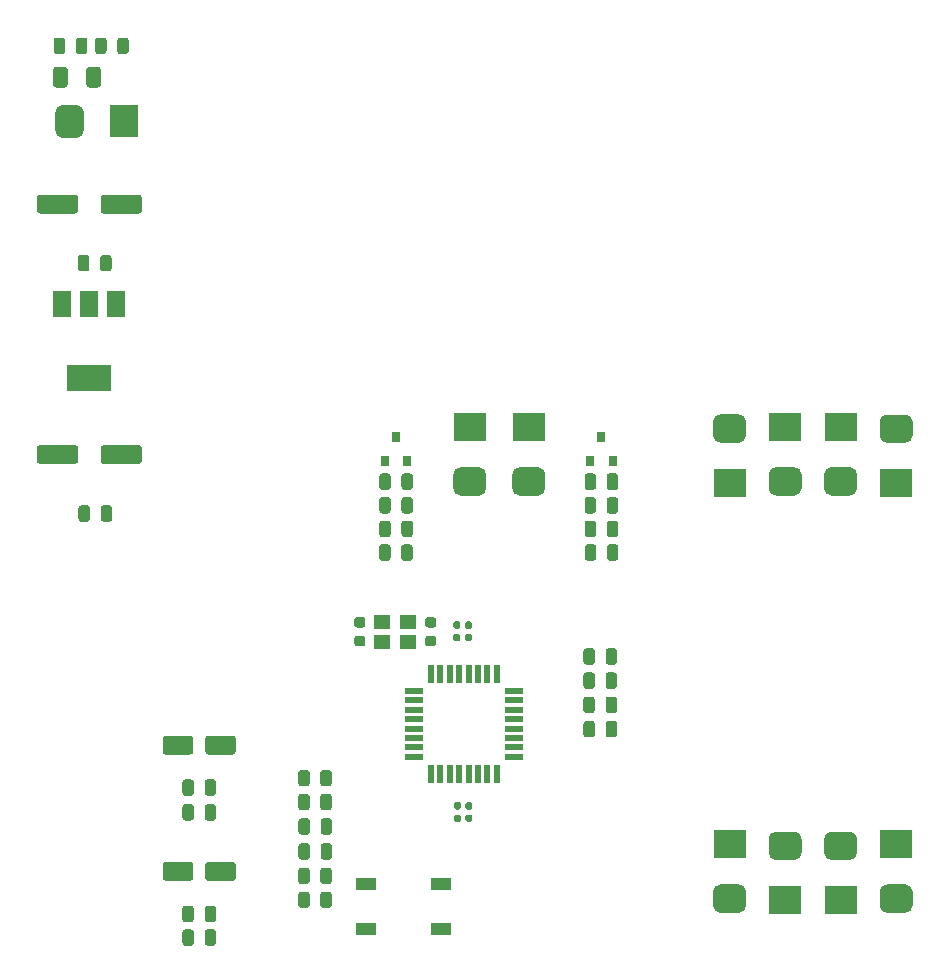
<source format=gbr>
%TF.GenerationSoftware,KiCad,Pcbnew,(5.1.6)-1*%
%TF.CreationDate,2022-04-28T16:11:12+09:00*%
%TF.ProjectId,FP-2500_TCU1000_V1.1,46502d32-3530-4305-9f54-435531303030,rev?*%
%TF.SameCoordinates,Original*%
%TF.FileFunction,Paste,Top*%
%TF.FilePolarity,Positive*%
%FSLAX46Y46*%
G04 Gerber Fmt 4.6, Leading zero omitted, Abs format (unit mm)*
G04 Created by KiCad (PCBNEW (5.1.6)-1) date 2022-04-28 16:11:12*
%MOMM*%
%LPD*%
G01*
G04 APERTURE LIST*
%ADD10R,1.600000X0.550000*%
%ADD11R,0.550000X1.600000*%
%ADD12R,1.400000X1.200000*%
%ADD13R,3.800000X2.200000*%
%ADD14R,1.500000X2.200000*%
%ADD15R,1.700000X1.000000*%
%ADD16R,0.800000X0.900000*%
%ADD17R,2.800000X2.400000*%
%ADD18R,2.400000X2.800000*%
G04 APERTURE END LIST*
%TO.C,C6*%
G36*
G01*
X60140000Y-169172500D02*
X60140000Y-168827500D01*
G75*
G02*
X60287500Y-168680000I147500J0D01*
G01*
X60582500Y-168680000D01*
G75*
G02*
X60730000Y-168827500I0J-147500D01*
G01*
X60730000Y-169172500D01*
G75*
G02*
X60582500Y-169320000I-147500J0D01*
G01*
X60287500Y-169320000D01*
G75*
G02*
X60140000Y-169172500I0J147500D01*
G01*
G37*
G36*
G01*
X59170000Y-169172500D02*
X59170000Y-168827500D01*
G75*
G02*
X59317500Y-168680000I147500J0D01*
G01*
X59612500Y-168680000D01*
G75*
G02*
X59760000Y-168827500I0J-147500D01*
G01*
X59760000Y-169172500D01*
G75*
G02*
X59612500Y-169320000I-147500J0D01*
G01*
X59317500Y-169320000D01*
G75*
G02*
X59170000Y-169172500I0J147500D01*
G01*
G37*
%TD*%
%TO.C,C8*%
G36*
G01*
X59710000Y-152477500D02*
X59710000Y-152822500D01*
G75*
G02*
X59562500Y-152970000I-147500J0D01*
G01*
X59267500Y-152970000D01*
G75*
G02*
X59120000Y-152822500I0J147500D01*
G01*
X59120000Y-152477500D01*
G75*
G02*
X59267500Y-152330000I147500J0D01*
G01*
X59562500Y-152330000D01*
G75*
G02*
X59710000Y-152477500I0J-147500D01*
G01*
G37*
G36*
G01*
X60680000Y-152477500D02*
X60680000Y-152822500D01*
G75*
G02*
X60532500Y-152970000I-147500J0D01*
G01*
X60237500Y-152970000D01*
G75*
G02*
X60090000Y-152822500I0J147500D01*
G01*
X60090000Y-152477500D01*
G75*
G02*
X60237500Y-152330000I147500J0D01*
G01*
X60532500Y-152330000D01*
G75*
G02*
X60680000Y-152477500I0J-147500D01*
G01*
G37*
%TD*%
%TO.C,C7*%
G36*
G01*
X59710000Y-153527500D02*
X59710000Y-153872500D01*
G75*
G02*
X59562500Y-154020000I-147500J0D01*
G01*
X59267500Y-154020000D01*
G75*
G02*
X59120000Y-153872500I0J147500D01*
G01*
X59120000Y-153527500D01*
G75*
G02*
X59267500Y-153380000I147500J0D01*
G01*
X59562500Y-153380000D01*
G75*
G02*
X59710000Y-153527500I0J-147500D01*
G01*
G37*
G36*
G01*
X60680000Y-153527500D02*
X60680000Y-153872500D01*
G75*
G02*
X60532500Y-154020000I-147500J0D01*
G01*
X60237500Y-154020000D01*
G75*
G02*
X60090000Y-153872500I0J147500D01*
G01*
X60090000Y-153527500D01*
G75*
G02*
X60237500Y-153380000I147500J0D01*
G01*
X60532500Y-153380000D01*
G75*
G02*
X60680000Y-153527500I0J-147500D01*
G01*
G37*
%TD*%
D10*
%TO.C,U2*%
X64250000Y-158200000D03*
X64250000Y-159000000D03*
X64250000Y-159800000D03*
X64250000Y-160600000D03*
X64250000Y-161400000D03*
X64250000Y-162200000D03*
X64250000Y-163000000D03*
X64250000Y-163800000D03*
D11*
X62800000Y-165250000D03*
X62000000Y-165250000D03*
X61200000Y-165250000D03*
X60400000Y-165250000D03*
X59600000Y-165250000D03*
X58800000Y-165250000D03*
X58000000Y-165250000D03*
X57200000Y-165250000D03*
D10*
X55750000Y-163800000D03*
X55750000Y-163000000D03*
X55750000Y-162200000D03*
X55750000Y-161400000D03*
X55750000Y-160600000D03*
X55750000Y-159800000D03*
X55750000Y-159000000D03*
X55750000Y-158200000D03*
D11*
X57200000Y-156750000D03*
X58000000Y-156750000D03*
X58800000Y-156750000D03*
X59600000Y-156750000D03*
X60400000Y-156750000D03*
X61200000Y-156750000D03*
X62000000Y-156750000D03*
X62800000Y-156750000D03*
%TD*%
D12*
%TO.C,Y1*%
X55300000Y-154050000D03*
X53100000Y-154050000D03*
X53100000Y-152350000D03*
X55300000Y-152350000D03*
%TD*%
D13*
%TO.C,U1*%
X28250000Y-131750000D03*
D14*
X30550000Y-125450000D03*
X28250000Y-125450000D03*
X25950000Y-125450000D03*
%TD*%
D15*
%TO.C,S1*%
X58050000Y-178350000D03*
X51750000Y-178350000D03*
X58050000Y-174550000D03*
X51750000Y-174550000D03*
%TD*%
%TO.C,R19*%
G36*
G01*
X47850000Y-166056250D02*
X47850000Y-165143750D01*
G75*
G02*
X48093750Y-164900000I243750J0D01*
G01*
X48581250Y-164900000D01*
G75*
G02*
X48825000Y-165143750I0J-243750D01*
G01*
X48825000Y-166056250D01*
G75*
G02*
X48581250Y-166300000I-243750J0D01*
G01*
X48093750Y-166300000D01*
G75*
G02*
X47850000Y-166056250I0J243750D01*
G01*
G37*
G36*
G01*
X45975000Y-166056250D02*
X45975000Y-165143750D01*
G75*
G02*
X46218750Y-164900000I243750J0D01*
G01*
X46706250Y-164900000D01*
G75*
G02*
X46950000Y-165143750I0J-243750D01*
G01*
X46950000Y-166056250D01*
G75*
G02*
X46706250Y-166300000I-243750J0D01*
G01*
X46218750Y-166300000D01*
G75*
G02*
X45975000Y-166056250I0J243750D01*
G01*
G37*
%TD*%
%TO.C,R18*%
G36*
G01*
X72000000Y-155756250D02*
X72000000Y-154843750D01*
G75*
G02*
X72243750Y-154600000I243750J0D01*
G01*
X72731250Y-154600000D01*
G75*
G02*
X72975000Y-154843750I0J-243750D01*
G01*
X72975000Y-155756250D01*
G75*
G02*
X72731250Y-156000000I-243750J0D01*
G01*
X72243750Y-156000000D01*
G75*
G02*
X72000000Y-155756250I0J243750D01*
G01*
G37*
G36*
G01*
X70125000Y-155756250D02*
X70125000Y-154843750D01*
G75*
G02*
X70368750Y-154600000I243750J0D01*
G01*
X70856250Y-154600000D01*
G75*
G02*
X71100000Y-154843750I0J-243750D01*
G01*
X71100000Y-155756250D01*
G75*
G02*
X70856250Y-156000000I-243750J0D01*
G01*
X70368750Y-156000000D01*
G75*
G02*
X70125000Y-155756250I0J243750D01*
G01*
G37*
%TD*%
%TO.C,R17*%
G36*
G01*
X72000000Y-157806250D02*
X72000000Y-156893750D01*
G75*
G02*
X72243750Y-156650000I243750J0D01*
G01*
X72731250Y-156650000D01*
G75*
G02*
X72975000Y-156893750I0J-243750D01*
G01*
X72975000Y-157806250D01*
G75*
G02*
X72731250Y-158050000I-243750J0D01*
G01*
X72243750Y-158050000D01*
G75*
G02*
X72000000Y-157806250I0J243750D01*
G01*
G37*
G36*
G01*
X70125000Y-157806250D02*
X70125000Y-156893750D01*
G75*
G02*
X70368750Y-156650000I243750J0D01*
G01*
X70856250Y-156650000D01*
G75*
G02*
X71100000Y-156893750I0J-243750D01*
G01*
X71100000Y-157806250D01*
G75*
G02*
X70856250Y-158050000I-243750J0D01*
G01*
X70368750Y-158050000D01*
G75*
G02*
X70125000Y-157806250I0J243750D01*
G01*
G37*
%TD*%
%TO.C,R16*%
G36*
G01*
X72000000Y-159856250D02*
X72000000Y-158943750D01*
G75*
G02*
X72243750Y-158700000I243750J0D01*
G01*
X72731250Y-158700000D01*
G75*
G02*
X72975000Y-158943750I0J-243750D01*
G01*
X72975000Y-159856250D01*
G75*
G02*
X72731250Y-160100000I-243750J0D01*
G01*
X72243750Y-160100000D01*
G75*
G02*
X72000000Y-159856250I0J243750D01*
G01*
G37*
G36*
G01*
X70125000Y-159856250D02*
X70125000Y-158943750D01*
G75*
G02*
X70368750Y-158700000I243750J0D01*
G01*
X70856250Y-158700000D01*
G75*
G02*
X71100000Y-158943750I0J-243750D01*
G01*
X71100000Y-159856250D01*
G75*
G02*
X70856250Y-160100000I-243750J0D01*
G01*
X70368750Y-160100000D01*
G75*
G02*
X70125000Y-159856250I0J243750D01*
G01*
G37*
%TD*%
%TO.C,R15*%
G36*
G01*
X72000000Y-161906250D02*
X72000000Y-160993750D01*
G75*
G02*
X72243750Y-160750000I243750J0D01*
G01*
X72731250Y-160750000D01*
G75*
G02*
X72975000Y-160993750I0J-243750D01*
G01*
X72975000Y-161906250D01*
G75*
G02*
X72731250Y-162150000I-243750J0D01*
G01*
X72243750Y-162150000D01*
G75*
G02*
X72000000Y-161906250I0J243750D01*
G01*
G37*
G36*
G01*
X70125000Y-161906250D02*
X70125000Y-160993750D01*
G75*
G02*
X70368750Y-160750000I243750J0D01*
G01*
X70856250Y-160750000D01*
G75*
G02*
X71100000Y-160993750I0J-243750D01*
G01*
X71100000Y-161906250D01*
G75*
G02*
X70856250Y-162150000I-243750J0D01*
G01*
X70368750Y-162150000D01*
G75*
G02*
X70125000Y-161906250I0J243750D01*
G01*
G37*
%TD*%
%TO.C,R14*%
G36*
G01*
X38050000Y-168956250D02*
X38050000Y-168043750D01*
G75*
G02*
X38293750Y-167800000I243750J0D01*
G01*
X38781250Y-167800000D01*
G75*
G02*
X39025000Y-168043750I0J-243750D01*
G01*
X39025000Y-168956250D01*
G75*
G02*
X38781250Y-169200000I-243750J0D01*
G01*
X38293750Y-169200000D01*
G75*
G02*
X38050000Y-168956250I0J243750D01*
G01*
G37*
G36*
G01*
X36175000Y-168956250D02*
X36175000Y-168043750D01*
G75*
G02*
X36418750Y-167800000I243750J0D01*
G01*
X36906250Y-167800000D01*
G75*
G02*
X37150000Y-168043750I0J-243750D01*
G01*
X37150000Y-168956250D01*
G75*
G02*
X36906250Y-169200000I-243750J0D01*
G01*
X36418750Y-169200000D01*
G75*
G02*
X36175000Y-168956250I0J243750D01*
G01*
G37*
%TD*%
%TO.C,R13*%
G36*
G01*
X37150000Y-165943750D02*
X37150000Y-166856250D01*
G75*
G02*
X36906250Y-167100000I-243750J0D01*
G01*
X36418750Y-167100000D01*
G75*
G02*
X36175000Y-166856250I0J243750D01*
G01*
X36175000Y-165943750D01*
G75*
G02*
X36418750Y-165700000I243750J0D01*
G01*
X36906250Y-165700000D01*
G75*
G02*
X37150000Y-165943750I0J-243750D01*
G01*
G37*
G36*
G01*
X39025000Y-165943750D02*
X39025000Y-166856250D01*
G75*
G02*
X38781250Y-167100000I-243750J0D01*
G01*
X38293750Y-167100000D01*
G75*
G02*
X38050000Y-166856250I0J243750D01*
G01*
X38050000Y-165943750D01*
G75*
G02*
X38293750Y-165700000I243750J0D01*
G01*
X38781250Y-165700000D01*
G75*
G02*
X39025000Y-165943750I0J-243750D01*
G01*
G37*
%TD*%
%TO.C,R12*%
G36*
G01*
X38050000Y-179556250D02*
X38050000Y-178643750D01*
G75*
G02*
X38293750Y-178400000I243750J0D01*
G01*
X38781250Y-178400000D01*
G75*
G02*
X39025000Y-178643750I0J-243750D01*
G01*
X39025000Y-179556250D01*
G75*
G02*
X38781250Y-179800000I-243750J0D01*
G01*
X38293750Y-179800000D01*
G75*
G02*
X38050000Y-179556250I0J243750D01*
G01*
G37*
G36*
G01*
X36175000Y-179556250D02*
X36175000Y-178643750D01*
G75*
G02*
X36418750Y-178400000I243750J0D01*
G01*
X36906250Y-178400000D01*
G75*
G02*
X37150000Y-178643750I0J-243750D01*
G01*
X37150000Y-179556250D01*
G75*
G02*
X36906250Y-179800000I-243750J0D01*
G01*
X36418750Y-179800000D01*
G75*
G02*
X36175000Y-179556250I0J243750D01*
G01*
G37*
%TD*%
%TO.C,R11*%
G36*
G01*
X37150000Y-176643750D02*
X37150000Y-177556250D01*
G75*
G02*
X36906250Y-177800000I-243750J0D01*
G01*
X36418750Y-177800000D01*
G75*
G02*
X36175000Y-177556250I0J243750D01*
G01*
X36175000Y-176643750D01*
G75*
G02*
X36418750Y-176400000I243750J0D01*
G01*
X36906250Y-176400000D01*
G75*
G02*
X37150000Y-176643750I0J-243750D01*
G01*
G37*
G36*
G01*
X39025000Y-176643750D02*
X39025000Y-177556250D01*
G75*
G02*
X38781250Y-177800000I-243750J0D01*
G01*
X38293750Y-177800000D01*
G75*
G02*
X38050000Y-177556250I0J243750D01*
G01*
X38050000Y-176643750D01*
G75*
G02*
X38293750Y-176400000I243750J0D01*
G01*
X38781250Y-176400000D01*
G75*
G02*
X39025000Y-176643750I0J-243750D01*
G01*
G37*
%TD*%
%TO.C,R10*%
G36*
G01*
X47850000Y-176356250D02*
X47850000Y-175443750D01*
G75*
G02*
X48093750Y-175200000I243750J0D01*
G01*
X48581250Y-175200000D01*
G75*
G02*
X48825000Y-175443750I0J-243750D01*
G01*
X48825000Y-176356250D01*
G75*
G02*
X48581250Y-176600000I-243750J0D01*
G01*
X48093750Y-176600000D01*
G75*
G02*
X47850000Y-176356250I0J243750D01*
G01*
G37*
G36*
G01*
X45975000Y-176356250D02*
X45975000Y-175443750D01*
G75*
G02*
X46218750Y-175200000I243750J0D01*
G01*
X46706250Y-175200000D01*
G75*
G02*
X46950000Y-175443750I0J-243750D01*
G01*
X46950000Y-176356250D01*
G75*
G02*
X46706250Y-176600000I-243750J0D01*
G01*
X46218750Y-176600000D01*
G75*
G02*
X45975000Y-176356250I0J243750D01*
G01*
G37*
%TD*%
%TO.C,R9*%
G36*
G01*
X47850000Y-174332250D02*
X47850000Y-173419750D01*
G75*
G02*
X48093750Y-173176000I243750J0D01*
G01*
X48581250Y-173176000D01*
G75*
G02*
X48825000Y-173419750I0J-243750D01*
G01*
X48825000Y-174332250D01*
G75*
G02*
X48581250Y-174576000I-243750J0D01*
G01*
X48093750Y-174576000D01*
G75*
G02*
X47850000Y-174332250I0J243750D01*
G01*
G37*
G36*
G01*
X45975000Y-174332250D02*
X45975000Y-173419750D01*
G75*
G02*
X46218750Y-173176000I243750J0D01*
G01*
X46706250Y-173176000D01*
G75*
G02*
X46950000Y-173419750I0J-243750D01*
G01*
X46950000Y-174332250D01*
G75*
G02*
X46706250Y-174576000I-243750J0D01*
G01*
X46218750Y-174576000D01*
G75*
G02*
X45975000Y-174332250I0J243750D01*
G01*
G37*
%TD*%
%TO.C,R8*%
G36*
G01*
X71200000Y-140043750D02*
X71200000Y-140956250D01*
G75*
G02*
X70956250Y-141200000I-243750J0D01*
G01*
X70468750Y-141200000D01*
G75*
G02*
X70225000Y-140956250I0J243750D01*
G01*
X70225000Y-140043750D01*
G75*
G02*
X70468750Y-139800000I243750J0D01*
G01*
X70956250Y-139800000D01*
G75*
G02*
X71200000Y-140043750I0J-243750D01*
G01*
G37*
G36*
G01*
X73075000Y-140043750D02*
X73075000Y-140956250D01*
G75*
G02*
X72831250Y-141200000I-243750J0D01*
G01*
X72343750Y-141200000D01*
G75*
G02*
X72100000Y-140956250I0J243750D01*
G01*
X72100000Y-140043750D01*
G75*
G02*
X72343750Y-139800000I243750J0D01*
G01*
X72831250Y-139800000D01*
G75*
G02*
X73075000Y-140043750I0J-243750D01*
G01*
G37*
%TD*%
%TO.C,R7*%
G36*
G01*
X72100000Y-144956250D02*
X72100000Y-144043750D01*
G75*
G02*
X72343750Y-143800000I243750J0D01*
G01*
X72831250Y-143800000D01*
G75*
G02*
X73075000Y-144043750I0J-243750D01*
G01*
X73075000Y-144956250D01*
G75*
G02*
X72831250Y-145200000I-243750J0D01*
G01*
X72343750Y-145200000D01*
G75*
G02*
X72100000Y-144956250I0J243750D01*
G01*
G37*
G36*
G01*
X70225000Y-144956250D02*
X70225000Y-144043750D01*
G75*
G02*
X70468750Y-143800000I243750J0D01*
G01*
X70956250Y-143800000D01*
G75*
G02*
X71200000Y-144043750I0J-243750D01*
G01*
X71200000Y-144956250D01*
G75*
G02*
X70956250Y-145200000I-243750J0D01*
G01*
X70468750Y-145200000D01*
G75*
G02*
X70225000Y-144956250I0J243750D01*
G01*
G37*
%TD*%
%TO.C,R6*%
G36*
G01*
X71200000Y-142043750D02*
X71200000Y-142956250D01*
G75*
G02*
X70956250Y-143200000I-243750J0D01*
G01*
X70468750Y-143200000D01*
G75*
G02*
X70225000Y-142956250I0J243750D01*
G01*
X70225000Y-142043750D01*
G75*
G02*
X70468750Y-141800000I243750J0D01*
G01*
X70956250Y-141800000D01*
G75*
G02*
X71200000Y-142043750I0J-243750D01*
G01*
G37*
G36*
G01*
X73075000Y-142043750D02*
X73075000Y-142956250D01*
G75*
G02*
X72831250Y-143200000I-243750J0D01*
G01*
X72343750Y-143200000D01*
G75*
G02*
X72100000Y-142956250I0J243750D01*
G01*
X72100000Y-142043750D01*
G75*
G02*
X72343750Y-141800000I243750J0D01*
G01*
X72831250Y-141800000D01*
G75*
G02*
X73075000Y-142043750I0J-243750D01*
G01*
G37*
%TD*%
%TO.C,R5*%
G36*
G01*
X54720000Y-140956250D02*
X54720000Y-140043750D01*
G75*
G02*
X54963750Y-139800000I243750J0D01*
G01*
X55451250Y-139800000D01*
G75*
G02*
X55695000Y-140043750I0J-243750D01*
G01*
X55695000Y-140956250D01*
G75*
G02*
X55451250Y-141200000I-243750J0D01*
G01*
X54963750Y-141200000D01*
G75*
G02*
X54720000Y-140956250I0J243750D01*
G01*
G37*
G36*
G01*
X52845000Y-140956250D02*
X52845000Y-140043750D01*
G75*
G02*
X53088750Y-139800000I243750J0D01*
G01*
X53576250Y-139800000D01*
G75*
G02*
X53820000Y-140043750I0J-243750D01*
G01*
X53820000Y-140956250D01*
G75*
G02*
X53576250Y-141200000I-243750J0D01*
G01*
X53088750Y-141200000D01*
G75*
G02*
X52845000Y-140956250I0J243750D01*
G01*
G37*
%TD*%
%TO.C,R4*%
G36*
G01*
X53820000Y-144043750D02*
X53820000Y-144956250D01*
G75*
G02*
X53576250Y-145200000I-243750J0D01*
G01*
X53088750Y-145200000D01*
G75*
G02*
X52845000Y-144956250I0J243750D01*
G01*
X52845000Y-144043750D01*
G75*
G02*
X53088750Y-143800000I243750J0D01*
G01*
X53576250Y-143800000D01*
G75*
G02*
X53820000Y-144043750I0J-243750D01*
G01*
G37*
G36*
G01*
X55695000Y-144043750D02*
X55695000Y-144956250D01*
G75*
G02*
X55451250Y-145200000I-243750J0D01*
G01*
X54963750Y-145200000D01*
G75*
G02*
X54720000Y-144956250I0J243750D01*
G01*
X54720000Y-144043750D01*
G75*
G02*
X54963750Y-143800000I243750J0D01*
G01*
X55451250Y-143800000D01*
G75*
G02*
X55695000Y-144043750I0J-243750D01*
G01*
G37*
%TD*%
%TO.C,R3*%
G36*
G01*
X54720000Y-142956250D02*
X54720000Y-142043750D01*
G75*
G02*
X54963750Y-141800000I243750J0D01*
G01*
X55451250Y-141800000D01*
G75*
G02*
X55695000Y-142043750I0J-243750D01*
G01*
X55695000Y-142956250D01*
G75*
G02*
X55451250Y-143200000I-243750J0D01*
G01*
X54963750Y-143200000D01*
G75*
G02*
X54720000Y-142956250I0J243750D01*
G01*
G37*
G36*
G01*
X52845000Y-142956250D02*
X52845000Y-142043750D01*
G75*
G02*
X53088750Y-141800000I243750J0D01*
G01*
X53576250Y-141800000D01*
G75*
G02*
X53820000Y-142043750I0J-243750D01*
G01*
X53820000Y-142956250D01*
G75*
G02*
X53576250Y-143200000I-243750J0D01*
G01*
X53088750Y-143200000D01*
G75*
G02*
X52845000Y-142956250I0J243750D01*
G01*
G37*
%TD*%
%TO.C,R2*%
G36*
G01*
X47850000Y-168080250D02*
X47850000Y-167167750D01*
G75*
G02*
X48093750Y-166924000I243750J0D01*
G01*
X48581250Y-166924000D01*
G75*
G02*
X48825000Y-167167750I0J-243750D01*
G01*
X48825000Y-168080250D01*
G75*
G02*
X48581250Y-168324000I-243750J0D01*
G01*
X48093750Y-168324000D01*
G75*
G02*
X47850000Y-168080250I0J243750D01*
G01*
G37*
G36*
G01*
X45975000Y-168080250D02*
X45975000Y-167167750D01*
G75*
G02*
X46218750Y-166924000I243750J0D01*
G01*
X46706250Y-166924000D01*
G75*
G02*
X46950000Y-167167750I0J-243750D01*
G01*
X46950000Y-168080250D01*
G75*
G02*
X46706250Y-168324000I-243750J0D01*
G01*
X46218750Y-168324000D01*
G75*
G02*
X45975000Y-168080250I0J243750D01*
G01*
G37*
%TD*%
%TO.C,R1*%
G36*
G01*
X29750000Y-103143750D02*
X29750000Y-104056250D01*
G75*
G02*
X29506250Y-104300000I-243750J0D01*
G01*
X29018750Y-104300000D01*
G75*
G02*
X28775000Y-104056250I0J243750D01*
G01*
X28775000Y-103143750D01*
G75*
G02*
X29018750Y-102900000I243750J0D01*
G01*
X29506250Y-102900000D01*
G75*
G02*
X29750000Y-103143750I0J-243750D01*
G01*
G37*
G36*
G01*
X31625000Y-103143750D02*
X31625000Y-104056250D01*
G75*
G02*
X31381250Y-104300000I-243750J0D01*
G01*
X30893750Y-104300000D01*
G75*
G02*
X30650000Y-104056250I0J243750D01*
G01*
X30650000Y-103143750D01*
G75*
G02*
X30893750Y-102900000I243750J0D01*
G01*
X31381250Y-102900000D01*
G75*
G02*
X31625000Y-103143750I0J-243750D01*
G01*
G37*
%TD*%
D16*
%TO.C,Q2*%
X71650000Y-136750000D03*
X72600000Y-138750000D03*
X70700000Y-138750000D03*
%TD*%
%TO.C,Q1*%
X54270000Y-136750000D03*
X55220000Y-138750000D03*
X53320000Y-138750000D03*
%TD*%
%TO.C,F1*%
G36*
G01*
X28025000Y-106875000D02*
X28025000Y-105625000D01*
G75*
G02*
X28275000Y-105375000I250000J0D01*
G01*
X29025000Y-105375000D01*
G75*
G02*
X29275000Y-105625000I0J-250000D01*
G01*
X29275000Y-106875000D01*
G75*
G02*
X29025000Y-107125000I-250000J0D01*
G01*
X28275000Y-107125000D01*
G75*
G02*
X28025000Y-106875000I0J250000D01*
G01*
G37*
G36*
G01*
X25225000Y-106875000D02*
X25225000Y-105625000D01*
G75*
G02*
X25475000Y-105375000I250000J0D01*
G01*
X26225000Y-105375000D01*
G75*
G02*
X26475000Y-105625000I0J-250000D01*
G01*
X26475000Y-106875000D01*
G75*
G02*
X26225000Y-107125000I-250000J0D01*
G01*
X25475000Y-107125000D01*
G75*
G02*
X25225000Y-106875000I0J250000D01*
G01*
G37*
%TD*%
D17*
%TO.C,D16*%
X96600000Y-171200000D03*
G36*
G01*
X97400000Y-177000000D02*
X95800000Y-177000000D01*
G75*
G02*
X95200000Y-176400000I0J600000D01*
G01*
X95200000Y-175200000D01*
G75*
G02*
X95800000Y-174600000I600000J0D01*
G01*
X97400000Y-174600000D01*
G75*
G02*
X98000000Y-175200000I0J-600000D01*
G01*
X98000000Y-176400000D01*
G75*
G02*
X97400000Y-177000000I-600000J0D01*
G01*
G37*
%TD*%
%TO.C,D15*%
X82500000Y-171200000D03*
G36*
G01*
X83300000Y-177000000D02*
X81700000Y-177000000D01*
G75*
G02*
X81100000Y-176400000I0J600000D01*
G01*
X81100000Y-175200000D01*
G75*
G02*
X81700000Y-174600000I600000J0D01*
G01*
X83300000Y-174600000D01*
G75*
G02*
X83900000Y-175200000I0J-600000D01*
G01*
X83900000Y-176400000D01*
G75*
G02*
X83300000Y-177000000I-600000J0D01*
G01*
G37*
%TD*%
%TO.C,D14*%
X82500000Y-140600000D03*
G36*
G01*
X81700000Y-134800000D02*
X83300000Y-134800000D01*
G75*
G02*
X83900000Y-135400000I0J-600000D01*
G01*
X83900000Y-136600000D01*
G75*
G02*
X83300000Y-137200000I-600000J0D01*
G01*
X81700000Y-137200000D01*
G75*
G02*
X81100000Y-136600000I0J600000D01*
G01*
X81100000Y-135400000D01*
G75*
G02*
X81700000Y-134800000I600000J0D01*
G01*
G37*
%TD*%
%TO.C,D13*%
X96600000Y-140610000D03*
G36*
G01*
X95800000Y-134810000D02*
X97400000Y-134810000D01*
G75*
G02*
X98000000Y-135410000I0J-600000D01*
G01*
X98000000Y-136610000D01*
G75*
G02*
X97400000Y-137210000I-600000J0D01*
G01*
X95800000Y-137210000D01*
G75*
G02*
X95200000Y-136610000I0J600000D01*
G01*
X95200000Y-135410000D01*
G75*
G02*
X95800000Y-134810000I600000J0D01*
G01*
G37*
%TD*%
%TO.C,D12*%
X91900000Y-175930000D03*
G36*
G01*
X91100000Y-170130000D02*
X92700000Y-170130000D01*
G75*
G02*
X93300000Y-170730000I0J-600000D01*
G01*
X93300000Y-171930000D01*
G75*
G02*
X92700000Y-172530000I-600000J0D01*
G01*
X91100000Y-172530000D01*
G75*
G02*
X90500000Y-171930000I0J600000D01*
G01*
X90500000Y-170730000D01*
G75*
G02*
X91100000Y-170130000I600000J0D01*
G01*
G37*
%TD*%
%TO.C,D11*%
X87200000Y-175930000D03*
G36*
G01*
X86400000Y-170130000D02*
X88000000Y-170130000D01*
G75*
G02*
X88600000Y-170730000I0J-600000D01*
G01*
X88600000Y-171930000D01*
G75*
G02*
X88000000Y-172530000I-600000J0D01*
G01*
X86400000Y-172530000D01*
G75*
G02*
X85800000Y-171930000I0J600000D01*
G01*
X85800000Y-170730000D01*
G75*
G02*
X86400000Y-170130000I600000J0D01*
G01*
G37*
%TD*%
%TO.C,D10*%
X87200000Y-135870000D03*
G36*
G01*
X88000000Y-141670000D02*
X86400000Y-141670000D01*
G75*
G02*
X85800000Y-141070000I0J600000D01*
G01*
X85800000Y-139870000D01*
G75*
G02*
X86400000Y-139270000I600000J0D01*
G01*
X88000000Y-139270000D01*
G75*
G02*
X88600000Y-139870000I0J-600000D01*
G01*
X88600000Y-141070000D01*
G75*
G02*
X88000000Y-141670000I-600000J0D01*
G01*
G37*
%TD*%
%TO.C,D9*%
X91900000Y-135870000D03*
G36*
G01*
X92700000Y-141670000D02*
X91100000Y-141670000D01*
G75*
G02*
X90500000Y-141070000I0J600000D01*
G01*
X90500000Y-139870000D01*
G75*
G02*
X91100000Y-139270000I600000J0D01*
G01*
X92700000Y-139270000D01*
G75*
G02*
X93300000Y-139870000I0J-600000D01*
G01*
X93300000Y-141070000D01*
G75*
G02*
X92700000Y-141670000I-600000J0D01*
G01*
G37*
%TD*%
%TO.C,D8*%
G36*
G01*
X47870000Y-172263250D02*
X47870000Y-171350750D01*
G75*
G02*
X48113750Y-171107000I243750J0D01*
G01*
X48601250Y-171107000D01*
G75*
G02*
X48845000Y-171350750I0J-243750D01*
G01*
X48845000Y-172263250D01*
G75*
G02*
X48601250Y-172507000I-243750J0D01*
G01*
X48113750Y-172507000D01*
G75*
G02*
X47870000Y-172263250I0J243750D01*
G01*
G37*
G36*
G01*
X45995000Y-172263250D02*
X45995000Y-171350750D01*
G75*
G02*
X46238750Y-171107000I243750J0D01*
G01*
X46726250Y-171107000D01*
G75*
G02*
X46970000Y-171350750I0J-243750D01*
G01*
X46970000Y-172263250D01*
G75*
G02*
X46726250Y-172507000I-243750J0D01*
G01*
X46238750Y-172507000D01*
G75*
G02*
X45995000Y-172263250I0J243750D01*
G01*
G37*
%TD*%
%TO.C,D7*%
G36*
G01*
X72120000Y-146956250D02*
X72120000Y-146043750D01*
G75*
G02*
X72363750Y-145800000I243750J0D01*
G01*
X72851250Y-145800000D01*
G75*
G02*
X73095000Y-146043750I0J-243750D01*
G01*
X73095000Y-146956250D01*
G75*
G02*
X72851250Y-147200000I-243750J0D01*
G01*
X72363750Y-147200000D01*
G75*
G02*
X72120000Y-146956250I0J243750D01*
G01*
G37*
G36*
G01*
X70245000Y-146956250D02*
X70245000Y-146043750D01*
G75*
G02*
X70488750Y-145800000I243750J0D01*
G01*
X70976250Y-145800000D01*
G75*
G02*
X71220000Y-146043750I0J-243750D01*
G01*
X71220000Y-146956250D01*
G75*
G02*
X70976250Y-147200000I-243750J0D01*
G01*
X70488750Y-147200000D01*
G75*
G02*
X70245000Y-146956250I0J243750D01*
G01*
G37*
%TD*%
%TO.C,D6*%
G36*
G01*
X53800000Y-146043750D02*
X53800000Y-146956250D01*
G75*
G02*
X53556250Y-147200000I-243750J0D01*
G01*
X53068750Y-147200000D01*
G75*
G02*
X52825000Y-146956250I0J243750D01*
G01*
X52825000Y-146043750D01*
G75*
G02*
X53068750Y-145800000I243750J0D01*
G01*
X53556250Y-145800000D01*
G75*
G02*
X53800000Y-146043750I0J-243750D01*
G01*
G37*
G36*
G01*
X55675000Y-146043750D02*
X55675000Y-146956250D01*
G75*
G02*
X55431250Y-147200000I-243750J0D01*
G01*
X54943750Y-147200000D01*
G75*
G02*
X54700000Y-146956250I0J243750D01*
G01*
X54700000Y-146043750D01*
G75*
G02*
X54943750Y-145800000I243750J0D01*
G01*
X55431250Y-145800000D01*
G75*
G02*
X55675000Y-146043750I0J-243750D01*
G01*
G37*
%TD*%
%TO.C,D5*%
X65500000Y-135880000D03*
G36*
G01*
X66300000Y-141680000D02*
X64700000Y-141680000D01*
G75*
G02*
X64100000Y-141080000I0J600000D01*
G01*
X64100000Y-139880000D01*
G75*
G02*
X64700000Y-139280000I600000J0D01*
G01*
X66300000Y-139280000D01*
G75*
G02*
X66900000Y-139880000I0J-600000D01*
G01*
X66900000Y-141080000D01*
G75*
G02*
X66300000Y-141680000I-600000J0D01*
G01*
G37*
%TD*%
%TO.C,D4*%
X60500000Y-135880000D03*
G36*
G01*
X61300000Y-141680000D02*
X59700000Y-141680000D01*
G75*
G02*
X59100000Y-141080000I0J600000D01*
G01*
X59100000Y-139880000D01*
G75*
G02*
X59700000Y-139280000I600000J0D01*
G01*
X61300000Y-139280000D01*
G75*
G02*
X61900000Y-139880000I0J-600000D01*
G01*
X61900000Y-141080000D01*
G75*
G02*
X61300000Y-141680000I-600000J0D01*
G01*
G37*
%TD*%
%TO.C,D3*%
G36*
G01*
X47870000Y-170149250D02*
X47870000Y-169236750D01*
G75*
G02*
X48113750Y-168993000I243750J0D01*
G01*
X48601250Y-168993000D01*
G75*
G02*
X48845000Y-169236750I0J-243750D01*
G01*
X48845000Y-170149250D01*
G75*
G02*
X48601250Y-170393000I-243750J0D01*
G01*
X48113750Y-170393000D01*
G75*
G02*
X47870000Y-170149250I0J243750D01*
G01*
G37*
G36*
G01*
X45995000Y-170149250D02*
X45995000Y-169236750D01*
G75*
G02*
X46238750Y-168993000I243750J0D01*
G01*
X46726250Y-168993000D01*
G75*
G02*
X46970000Y-169236750I0J-243750D01*
G01*
X46970000Y-170149250D01*
G75*
G02*
X46726250Y-170393000I-243750J0D01*
G01*
X46238750Y-170393000D01*
G75*
G02*
X45995000Y-170149250I0J243750D01*
G01*
G37*
%TD*%
%TO.C,D2*%
G36*
G01*
X27150000Y-104056250D02*
X27150000Y-103143750D01*
G75*
G02*
X27393750Y-102900000I243750J0D01*
G01*
X27881250Y-102900000D01*
G75*
G02*
X28125000Y-103143750I0J-243750D01*
G01*
X28125000Y-104056250D01*
G75*
G02*
X27881250Y-104300000I-243750J0D01*
G01*
X27393750Y-104300000D01*
G75*
G02*
X27150000Y-104056250I0J243750D01*
G01*
G37*
G36*
G01*
X25275000Y-104056250D02*
X25275000Y-103143750D01*
G75*
G02*
X25518750Y-102900000I243750J0D01*
G01*
X26006250Y-102900000D01*
G75*
G02*
X26250000Y-103143750I0J-243750D01*
G01*
X26250000Y-104056250D01*
G75*
G02*
X26006250Y-104300000I-243750J0D01*
G01*
X25518750Y-104300000D01*
G75*
G02*
X25275000Y-104056250I0J243750D01*
G01*
G37*
%TD*%
D18*
%TO.C,D1*%
X31220000Y-110000000D03*
G36*
G01*
X25420000Y-110800000D02*
X25420000Y-109200000D01*
G75*
G02*
X26020000Y-108600000I600000J0D01*
G01*
X27220000Y-108600000D01*
G75*
G02*
X27820000Y-109200000I0J-600000D01*
G01*
X27820000Y-110800000D01*
G75*
G02*
X27220000Y-111400000I-600000J0D01*
G01*
X26020000Y-111400000D01*
G75*
G02*
X25420000Y-110800000I0J600000D01*
G01*
G37*
%TD*%
%TO.C,C12*%
G36*
G01*
X38100000Y-163350000D02*
X38100000Y-162250000D01*
G75*
G02*
X38350000Y-162000000I250000J0D01*
G01*
X40450000Y-162000000D01*
G75*
G02*
X40700000Y-162250000I0J-250000D01*
G01*
X40700000Y-163350000D01*
G75*
G02*
X40450000Y-163600000I-250000J0D01*
G01*
X38350000Y-163600000D01*
G75*
G02*
X38100000Y-163350000I0J250000D01*
G01*
G37*
G36*
G01*
X34500000Y-163350000D02*
X34500000Y-162250000D01*
G75*
G02*
X34750000Y-162000000I250000J0D01*
G01*
X36850000Y-162000000D01*
G75*
G02*
X37100000Y-162250000I0J-250000D01*
G01*
X37100000Y-163350000D01*
G75*
G02*
X36850000Y-163600000I-250000J0D01*
G01*
X34750000Y-163600000D01*
G75*
G02*
X34500000Y-163350000I0J250000D01*
G01*
G37*
%TD*%
%TO.C,C11*%
G36*
G01*
X38100000Y-174050000D02*
X38100000Y-172950000D01*
G75*
G02*
X38350000Y-172700000I250000J0D01*
G01*
X40450000Y-172700000D01*
G75*
G02*
X40700000Y-172950000I0J-250000D01*
G01*
X40700000Y-174050000D01*
G75*
G02*
X40450000Y-174300000I-250000J0D01*
G01*
X38350000Y-174300000D01*
G75*
G02*
X38100000Y-174050000I0J250000D01*
G01*
G37*
G36*
G01*
X34500000Y-174050000D02*
X34500000Y-172950000D01*
G75*
G02*
X34750000Y-172700000I250000J0D01*
G01*
X36850000Y-172700000D01*
G75*
G02*
X37100000Y-172950000I0J-250000D01*
G01*
X37100000Y-174050000D01*
G75*
G02*
X36850000Y-174300000I-250000J0D01*
G01*
X34750000Y-174300000D01*
G75*
G02*
X34500000Y-174050000I0J250000D01*
G01*
G37*
%TD*%
%TO.C,C10*%
G36*
G01*
X51456250Y-152850000D02*
X50943750Y-152850000D01*
G75*
G02*
X50725000Y-152631250I0J218750D01*
G01*
X50725000Y-152193750D01*
G75*
G02*
X50943750Y-151975000I218750J0D01*
G01*
X51456250Y-151975000D01*
G75*
G02*
X51675000Y-152193750I0J-218750D01*
G01*
X51675000Y-152631250D01*
G75*
G02*
X51456250Y-152850000I-218750J0D01*
G01*
G37*
G36*
G01*
X51456250Y-154425000D02*
X50943750Y-154425000D01*
G75*
G02*
X50725000Y-154206250I0J218750D01*
G01*
X50725000Y-153768750D01*
G75*
G02*
X50943750Y-153550000I218750J0D01*
G01*
X51456250Y-153550000D01*
G75*
G02*
X51675000Y-153768750I0J-218750D01*
G01*
X51675000Y-154206250D01*
G75*
G02*
X51456250Y-154425000I-218750J0D01*
G01*
G37*
%TD*%
%TO.C,C9*%
G36*
G01*
X56943750Y-153550000D02*
X57456250Y-153550000D01*
G75*
G02*
X57675000Y-153768750I0J-218750D01*
G01*
X57675000Y-154206250D01*
G75*
G02*
X57456250Y-154425000I-218750J0D01*
G01*
X56943750Y-154425000D01*
G75*
G02*
X56725000Y-154206250I0J218750D01*
G01*
X56725000Y-153768750D01*
G75*
G02*
X56943750Y-153550000I218750J0D01*
G01*
G37*
G36*
G01*
X56943750Y-151975000D02*
X57456250Y-151975000D01*
G75*
G02*
X57675000Y-152193750I0J-218750D01*
G01*
X57675000Y-152631250D01*
G75*
G02*
X57456250Y-152850000I-218750J0D01*
G01*
X56943750Y-152850000D01*
G75*
G02*
X56725000Y-152631250I0J218750D01*
G01*
X56725000Y-152193750D01*
G75*
G02*
X56943750Y-151975000I218750J0D01*
G01*
G37*
%TD*%
%TO.C,C5*%
G36*
G01*
X60140000Y-168122500D02*
X60140000Y-167777500D01*
G75*
G02*
X60287500Y-167630000I147500J0D01*
G01*
X60582500Y-167630000D01*
G75*
G02*
X60730000Y-167777500I0J-147500D01*
G01*
X60730000Y-168122500D01*
G75*
G02*
X60582500Y-168270000I-147500J0D01*
G01*
X60287500Y-168270000D01*
G75*
G02*
X60140000Y-168122500I0J147500D01*
G01*
G37*
G36*
G01*
X59170000Y-168122500D02*
X59170000Y-167777500D01*
G75*
G02*
X59317500Y-167630000I147500J0D01*
G01*
X59612500Y-167630000D01*
G75*
G02*
X59760000Y-167777500I0J-147500D01*
G01*
X59760000Y-168122500D01*
G75*
G02*
X59612500Y-168270000I-147500J0D01*
G01*
X59317500Y-168270000D01*
G75*
G02*
X59170000Y-168122500I0J147500D01*
G01*
G37*
%TD*%
%TO.C,C4*%
G36*
G01*
X29250000Y-143656250D02*
X29250000Y-142743750D01*
G75*
G02*
X29493750Y-142500000I243750J0D01*
G01*
X29981250Y-142500000D01*
G75*
G02*
X30225000Y-142743750I0J-243750D01*
G01*
X30225000Y-143656250D01*
G75*
G02*
X29981250Y-143900000I-243750J0D01*
G01*
X29493750Y-143900000D01*
G75*
G02*
X29250000Y-143656250I0J243750D01*
G01*
G37*
G36*
G01*
X27375000Y-143656250D02*
X27375000Y-142743750D01*
G75*
G02*
X27618750Y-142500000I243750J0D01*
G01*
X28106250Y-142500000D01*
G75*
G02*
X28350000Y-142743750I0J-243750D01*
G01*
X28350000Y-143656250D01*
G75*
G02*
X28106250Y-143900000I-243750J0D01*
G01*
X27618750Y-143900000D01*
G75*
G02*
X27375000Y-143656250I0J243750D01*
G01*
G37*
%TD*%
%TO.C,C3*%
G36*
G01*
X29250000Y-138750000D02*
X29250000Y-137650000D01*
G75*
G02*
X29500000Y-137400000I250000J0D01*
G01*
X32500000Y-137400000D01*
G75*
G02*
X32750000Y-137650000I0J-250000D01*
G01*
X32750000Y-138750000D01*
G75*
G02*
X32500000Y-139000000I-250000J0D01*
G01*
X29500000Y-139000000D01*
G75*
G02*
X29250000Y-138750000I0J250000D01*
G01*
G37*
G36*
G01*
X23850000Y-138750000D02*
X23850000Y-137650000D01*
G75*
G02*
X24100000Y-137400000I250000J0D01*
G01*
X27100000Y-137400000D01*
G75*
G02*
X27350000Y-137650000I0J-250000D01*
G01*
X27350000Y-138750000D01*
G75*
G02*
X27100000Y-139000000I-250000J0D01*
G01*
X24100000Y-139000000D01*
G75*
G02*
X23850000Y-138750000I0J250000D01*
G01*
G37*
%TD*%
%TO.C,C2*%
G36*
G01*
X29200000Y-122456250D02*
X29200000Y-121543750D01*
G75*
G02*
X29443750Y-121300000I243750J0D01*
G01*
X29931250Y-121300000D01*
G75*
G02*
X30175000Y-121543750I0J-243750D01*
G01*
X30175000Y-122456250D01*
G75*
G02*
X29931250Y-122700000I-243750J0D01*
G01*
X29443750Y-122700000D01*
G75*
G02*
X29200000Y-122456250I0J243750D01*
G01*
G37*
G36*
G01*
X27325000Y-122456250D02*
X27325000Y-121543750D01*
G75*
G02*
X27568750Y-121300000I243750J0D01*
G01*
X28056250Y-121300000D01*
G75*
G02*
X28300000Y-121543750I0J-243750D01*
G01*
X28300000Y-122456250D01*
G75*
G02*
X28056250Y-122700000I-243750J0D01*
G01*
X27568750Y-122700000D01*
G75*
G02*
X27325000Y-122456250I0J243750D01*
G01*
G37*
%TD*%
%TO.C,C1*%
G36*
G01*
X29250000Y-117550000D02*
X29250000Y-116450000D01*
G75*
G02*
X29500000Y-116200000I250000J0D01*
G01*
X32500000Y-116200000D01*
G75*
G02*
X32750000Y-116450000I0J-250000D01*
G01*
X32750000Y-117550000D01*
G75*
G02*
X32500000Y-117800000I-250000J0D01*
G01*
X29500000Y-117800000D01*
G75*
G02*
X29250000Y-117550000I0J250000D01*
G01*
G37*
G36*
G01*
X23850000Y-117550000D02*
X23850000Y-116450000D01*
G75*
G02*
X24100000Y-116200000I250000J0D01*
G01*
X27100000Y-116200000D01*
G75*
G02*
X27350000Y-116450000I0J-250000D01*
G01*
X27350000Y-117550000D01*
G75*
G02*
X27100000Y-117800000I-250000J0D01*
G01*
X24100000Y-117800000D01*
G75*
G02*
X23850000Y-117550000I0J250000D01*
G01*
G37*
%TD*%
M02*

</source>
